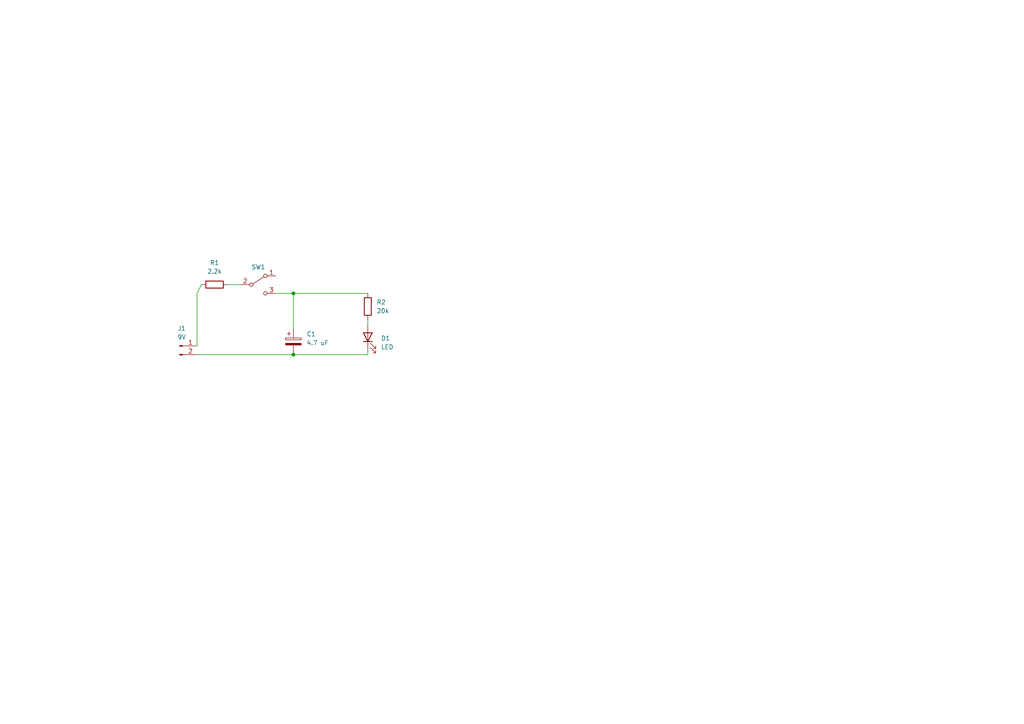
<source format=kicad_sch>
(kicad_sch (version 20211123) (generator eeschema)
  (paper "A4")
  (lib_symbols
    (symbol "Connector:Conn_01x02_Male" (pin_names (offset 1.016) hide)
      (property "Reference" "J" (at 0 2.54 0))
      (property "Value" "Conn_01x02_Male" (at 0 -5.08 0))
      (symbol "Conn_01x02_Male_1_1"
        (polyline (pts (xy 1.27 -2.54) (xy 0.8636 -2.54)) (stroke (width 0.1524)))
        (polyline (pts (xy 1.27 0) (xy 0.8636 0)) (stroke (width 0.1524)))
        (rectangle (start 0.8636 -2.413) (end 0 -2.667) (stroke (width 0.1524)) (fill (type outline)))
        (rectangle (start 0.8636 0.127) (end 0 -0.127) (stroke (width 0.1524)) (fill (type outline)))
        (pin passive line (at 5.08 0 180) (length 3.81) (name "Pin_1") (number "1"))
        (pin passive line (at 5.08 -2.54 180) (length 3.81) (name "Pin_2") (number "2"))
      )
    )
    (symbol "Device:C_Polarized" (pin_numbers hide) (pin_names (offset 0.254))
      (property "Reference" "C" (at 0.635 2.54 0))
      (property "Value" "C_Polarized" (at 0.635 -2.54 0))
      (symbol "C_Polarized_0_1"
        (rectangle (start -2.286 0.508) (end 2.286 1.016))
        (polyline (pts (xy -1.778 2.286) (xy -0.762 2.286)))
        (polyline (pts (xy -1.27 2.794) (xy -1.27 1.778)))
        (rectangle (start 2.286 -0.508) (end -2.286 -1.016) (fill (type outline)))
      )
      (symbol "C_Polarized_1_1"
        (pin passive line (at 0 3.81 270) (length 2.794) (name "~") (number "1"))
        (pin passive line (at 0 -3.81 90) (length 2.794) (name "~") (number "2"))
      )
    )
    (symbol "Device:LED" (pin_numbers hide) (pin_names (offset 1.016) hide)
      (property "Reference" "D" (at 0 2.54 0))
      (property "Value" "LED" (at 0 -2.54 0))
      (symbol "LED_0_1"
        (polyline (pts (xy -1.27 -1.27) (xy -1.27 1.27)) (stroke (width 0.254)))
        (polyline (pts (xy -1.27 0) (xy 1.27 0)))
        (polyline (pts (xy 1.27 -1.27) (xy 1.27 1.27) (xy -1.27 0) (xy 1.27 -1.27)) (stroke (width 0.254)))
        (polyline (pts (xy -3.048 -0.762) (xy -4.572 -2.286) (xy -3.81 -2.286) (xy -4.572 -2.286) (xy -4.572 -1.524)))
        (polyline (pts (xy -1.778 -0.762) (xy -3.302 -2.286) (xy -2.54 -2.286) (xy -3.302 -2.286) (xy -3.302 -1.524)))
      )
      (symbol "LED_1_1"
        (pin passive line (at -3.81 0 0) (length 2.54) (name "K") (number "1"))
        (pin passive line (at 3.81 0 180) (length 2.54) (name "A") (number "2"))
      )
    )
    (symbol "Device:R" (pin_numbers hide) (pin_names (offset 0))
      (property "Reference" "R" (at 2.032 0 90))
      (property "Value" "R" (at 0 0 90))
      (symbol "R_0_1"
        (rectangle (start -1.016 -2.54) (end 1.016 2.54) (stroke (width 0.254)))
      )
      (symbol "R_1_1"
        (pin passive line (at 0 3.81 270) (length 1.27) (name "~") (number "1"))
        (pin passive line (at 0 -3.81 90) (length 1.27) (name "~") (number "2"))
      )
    )
    (symbol "Switch:SW_SPDT" (pin_names (offset 0) hide)
      (property "Reference" "SW" (at 0 4.318 0))
      (property "Value" "SW_SPDT" (at 0 -5.08 0))
      (symbol "SW_SPDT_0_0"
        (circle (center -2.032 0) (radius 0.508))
        (circle (center 2.032 -2.54) (radius 0.508))
      )
      (symbol "SW_SPDT_0_1"
        (polyline (pts (xy -1.524 0.254) (xy 1.651 2.286)))
        (circle (center 2.032 2.54) (radius 0.508))
      )
      (symbol "SW_SPDT_1_1"
        (pin passive line (at 5.08 2.54 180) (length 2.54) (name "A") (number "1"))
        (pin passive line (at -5.08 0 0) (length 2.54) (name "B") (number "2"))
        (pin passive line (at 5.08 -2.54 180) (length 2.54) (name "C") (number "3"))
      )
    )
  )
  (junction (at 85.09 85.09))
  (junction (at 85.09 102.87))
  (wire (pts (xy 85.09 85.09) (xy 106.68 85.09)))
  (wire (pts (xy 85.09 102.87) (xy 57.15 102.87)))
  (wire (pts (xy 57.15 100.33) (xy 57.15 85.09)))
  (wire (pts (xy 66.04 82.55) (xy 69.85 82.55)))
  (wire (pts (xy 57.15 85.09) (xy 58.42 82.55)))
  (wire (pts (xy 106.68 92.71) (xy 106.68 93.98)))
  (wire (pts (xy 85.09 85.09) (xy 85.09 95.25)))
  (wire (pts (xy 106.68 101.6) (xy 106.68 102.87)))
  (wire (pts (xy 80.01 85.09) (xy 85.09 85.09)))
  (wire (pts (xy 106.68 102.87) (xy 85.09 102.87)))
  (symbol (lib_id "Switch:SW_SPDT") (at 74.93 82.55 0) (unit 1)
    (property "Reference" "SW1" (at 74.93 77.47 0))
    (property "Value" "SW_SPDT" (effects hide))
  )
  (symbol (lib_id "Device:R") (at 106.68 88.9 180) (unit 1)
    (property "Reference" "R2" (at 109.22 87.6299 0) (effects (justify right)))
    (property "Value" "20k" (at 109.22 90.1699 0) (effects (justify right)))
  )
  (symbol (lib_id "Device:LED") (at 106.68 97.79 90) (unit 1)
    (property "Reference" "D1" (at 110.49 98.1074 90) (effects (justify right)))
    (property "Value" "LED" (at 110.49 100.6474 90) (effects (justify right)))
  )
  (symbol (lib_id "Device:R") (at 62.23 82.55 270) (unit 1)
    (property "Reference" "R1" (at 62.23 76.2 90))
    (property "Value" "2.2k" (at 62.23 78.74 90))
  )
  (symbol (lib_id "Device:C_Polarized") (at 85.09 99.06 0) (unit 1)
    (property "Reference" "C1" (at 88.9 96.9009 0) (effects (justify left)))
    (property "Value" "4.7 uF" (at 88.9 99.4409 0) (effects (justify left)))
  )
  (symbol (lib_id "Connector:Conn_01x02_Male") (at 52.07 100.33 0) (unit 1)
    (property "Reference" "J1" (at 52.705 95.25 0))
    (property "Value" "9V" (at 52.705 97.79 0))
  )
)
</source>
